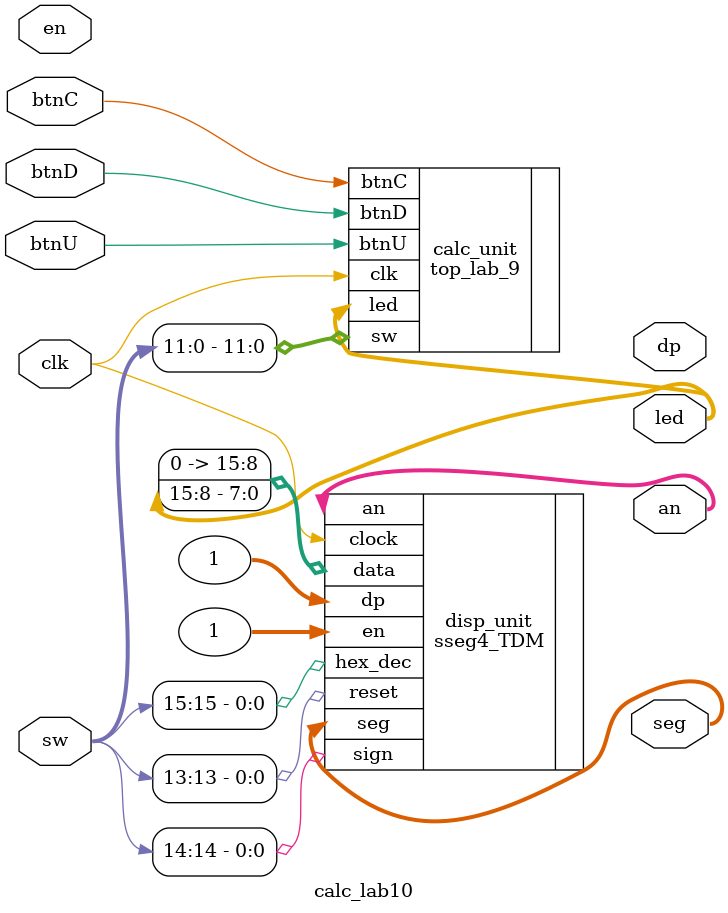
<source format=sv>
`timescale 1ns / 1ps


module calc_lab10(

    input btnU, btnD, btnC, clk, en,
    input [15:0]sw,
    
    output [6:0]seg,
    output [3:0]an,
    output [15:0]led,
    output dp
);

    top_lab_9 calc_unit(.btnU(btnU), .btnC(btnC), .btnD(btnD), .clk(clk), .sw(sw[11:0]), .led(led));
    sseg4_TDM disp_unit(.data({8'b00000000, led[15:8]}), .hex_dec(sw[15]), .sign(sw[14]), .reset(sw[13]), .clock(clk), .en(1), .seg(seg), .an(an), .dp(1));
endmodule


</source>
